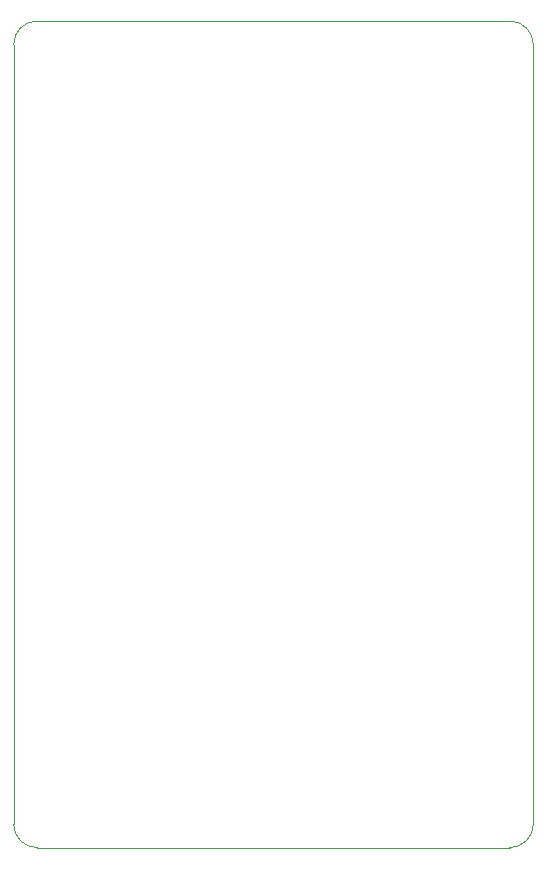
<source format=gbr>
%TF.GenerationSoftware,KiCad,Pcbnew,(6.0.0)*%
%TF.CreationDate,2022-05-13T18:09:15+02:00*%
%TF.ProjectId,Carte Bras ENORME Robot,43617274-6520-4427-9261-7320454e4f52,rev?*%
%TF.SameCoordinates,Original*%
%TF.FileFunction,Profile,NP*%
%FSLAX46Y46*%
G04 Gerber Fmt 4.6, Leading zero omitted, Abs format (unit mm)*
G04 Created by KiCad (PCBNEW (6.0.0)) date 2022-05-13 18:09:15*
%MOMM*%
%LPD*%
G01*
G04 APERTURE LIST*
%TA.AperFunction,Profile*%
%ADD10C,0.100000*%
%TD*%
G04 APERTURE END LIST*
D10*
X187000000Y-35000000D02*
G75*
G03*
X185000000Y-33000000I-1999999J1D01*
G01*
X143000000Y-101000000D02*
X143000000Y-35000000D01*
X145000000Y-33000000D02*
X185000000Y-33000000D01*
X185000000Y-103000000D02*
X145000000Y-103000000D01*
X145000000Y-33000000D02*
G75*
G03*
X143000000Y-35000000I-1J-1999999D01*
G01*
X187000000Y-35000000D02*
X187000000Y-101000000D01*
X185000000Y-103000000D02*
G75*
G03*
X187000000Y-101000000I1J1999999D01*
G01*
X143000000Y-101000000D02*
G75*
G03*
X145000000Y-103000000I1999999J-1D01*
G01*
M02*

</source>
